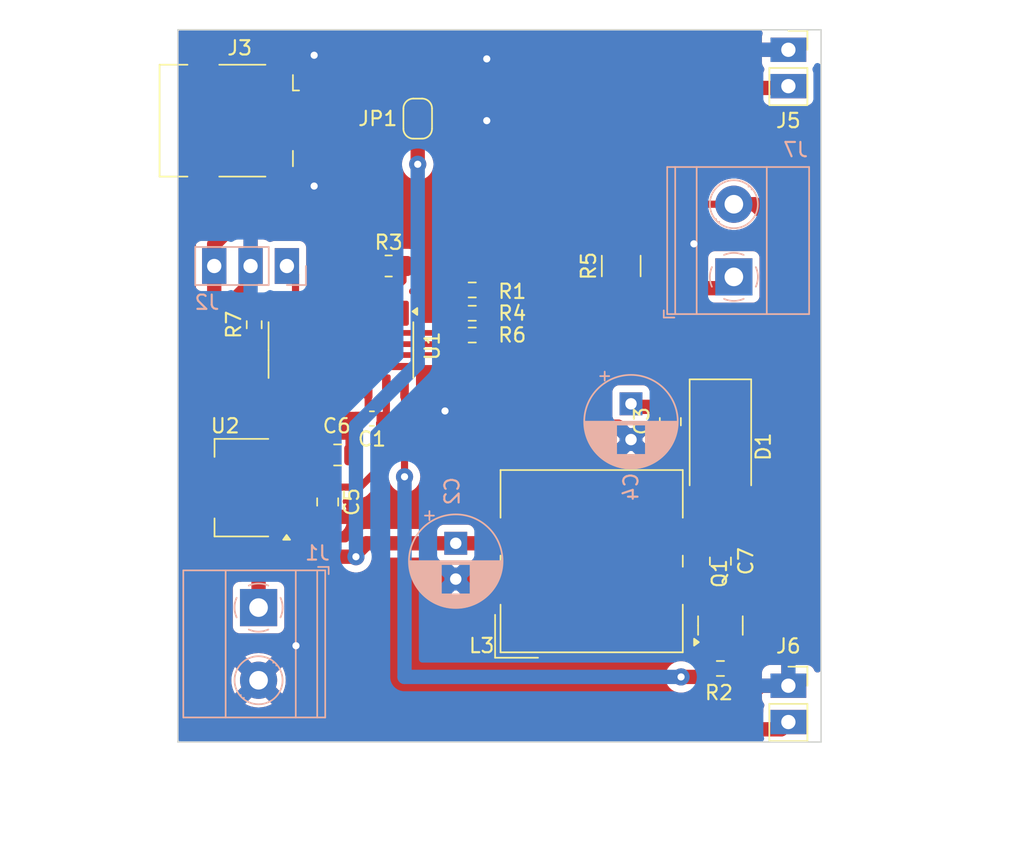
<source format=kicad_pcb>
(kicad_pcb (version 20240108) (generator "pcbnew") (generator_version "8.0")
  (layers (0 "F.Cu" signal) (31 "B.Cu" signal) (34 "B.Paste" user) (35 "F.Paste" user) (36 "B.SilkS" user "B.Silkscreen") (37 "F.SilkS" user "F.Silkscreen") (38 "B.Mask" user) (39 "F.Mask" user) (44 "Edge.Cuts" user))
  (net 0 "")
  (net 1 "PA1")
  (net 2 "+3V3")
  (net 3 "+5V")
  (net 4 "/VOUT+")
  (net 5 "Net-(D1-A)")
  (net 6 "Net-(Q1-D)")
  (net 7 "SWIO")
  (net 8 "PC3")
  (net 9 "PC4")
  (net 11 "PA2")
  (net 12 "PC6")
  (net 13 "PD7NRST")
  (net 14 "PC1")
  (net 15 "PC0")
  (net 16 "PC7")
  (net 17 "PD5")
  (net 18 "PD6")
  (net 19 "PD4")
  (net 20 "PC2")
  (net 21 "GND")
  (net 22 "VPP")
  (footprint "Diode_SMD:D_SMB_Handsoldering" (layer "F.Cu") (at 167.97 108.39 -90)
    (property "Reference" "D1" (at 0 -3 90) (layer "F.SilkS"))
    (property "Value" "B2100-13-F")
    (pad "1" smd roundrect (at -2.7 0 270) (size 3.5 2.3) (layers "F.Cu" "F.Paste" "F.Mask") (roundrect_rratio 0.1086956522) (net 4 "/VOUT+"))
    (pad "2" smd roundrect (at 2.7 0 270) (size 3.5 2.3) (layers "F.Cu" "F.Paste" "F.Mask") (roundrect_rratio 0.1086956522) (net 5 "Net-(D1-A)"))
  )
  (footprint "Connector_PinSocket_2.54mm:PinSocket_1x02_P2.54mm_Vertical" (layer "F.Cu") (at 172.72 125.095)
    (property "Reference" "J6" (at 0 -2.77 0) (layer "F.SilkS"))
    (property "Value" "Conn_01x02")
    (pad "1" thru_hole rect (at 0 0) (size 2.5 1.7) (drill 1) (layers "*.Cu" "*.Mask") (net 21 "GND"))
    (pad "2" thru_hole rect (at 0 2.54) (size 2.5 1.7) (drill 1) (layers "*.Cu" "*.Mask") (net 2 "+3V3"))
  )
  (footprint "Resistor_SMD:R_0603_1608Metric_Pad0.98x0.95mm_HandSolder" (layer "F.Cu") (at 150.622 97.4325 180)
    (property "Reference" "R1" (at -2.794 -0.1035 180) (layer "F.SilkS"))
    (property "Value" "39k")
    (pad "1" smd roundrect (at -0.9125 0 180) (size 0.975 0.95) (layers "F.Cu" "F.Paste" "F.Mask") (net 4 "/VOUT+"))
    (pad "2" smd roundrect (at 0.9125 0 180) (size 0.975 0.95) (layers "F.Cu" "F.Paste" "F.Mask") (net 18 "PD6"))
  )
  (footprint "Capacitor_SMD:C_0805_2012Metric_Pad1.18x1.45mm_HandSolder" (layer "F.Cu") (at 141.224 108.966)
    (property "Reference" "C6" (at -0.071501 -2.032 0) (layer "F.SilkS"))
    (property "Value" "10uF")
    (pad "1" smd roundrect (at -1.0375 0) (size 1.175 1.45) (layers "F.Cu" "F.Paste" "F.Mask") (roundrect_rratio 0.212766) (net 3 "+5V"))
    (pad "2" smd roundrect (at 1.0375 0) (size 1.175 1.45) (layers "F.Cu" "F.Paste" "F.Mask") (roundrect_rratio 0.212766) (net 21 "GND"))
  )
  (footprint "Resistor_SMD:R_0603_1608Metric_Pad0.98x0.95mm_HandSolder" (layer "F.Cu") (at 167.97 123.89)
    (property "Reference" "R2" (at -0.105 1.696 360) (layer "F.SilkS"))
    (property "Value" "10k")
    (pad "1" smd roundrect (at -0.9125 0) (size 0.975 0.95) (layers "F.Cu" "F.Paste" "F.Mask") (net 15 "PC0"))
    (pad "2" smd roundrect (at 0.9125 0) (size 0.975 0.95) (layers "F.Cu" "F.Paste" "F.Mask") (net 21 "GND"))
  )
  (footprint "Resistor_SMD:R_0603_1608Metric_Pad0.98x0.95mm_HandSolder" (layer "F.Cu") (at 150.622 100.584 180)
    (property "Reference" "R6" (at -2.794 0 180) (layer "F.SilkS"))
    (property "Value" "220R")
    (pad "1" smd roundrect (at -0.9125 0 180) (size 0.975 0.95) (layers "F.Cu" "F.Paste" "F.Mask") (net 21 "GND"))
    (pad "2" smd roundrect (at 0.9125 0 180) (size 0.975 0.95) (layers "F.Cu" "F.Paste" "F.Mask") (net 1 "PA1"))
  )
  (footprint "Jumper:SolderJumper-2_P1.3mm_Open_RoundedPad1.0x1.5mm" (layer "F.Cu") (at 146.812 85.456001 90)
    (property "Reference" "JP1" (at 0 -2.794 0) (layer "F.SilkS"))
    (property "Value" "SolderJumper_2_Open")
    (pad "1" smd custom (at -0.649999 0 90) (size 1 0.5) (layers "F.Cu" "F.Mask") (net 22 "VPP") (options (clearance outline) (anchor rect)) (primitives (gr_circle (center 0 0.25) (end 0.5 0.25) (width 0) (fill yes)) (gr_circle (center 0 -0.25) (end 0.5 -0.25) (width 0) (fill yes)) (gr_poly (pts (xy 0.5 0.75) (xy 0 0.75) (xy 0 -0.75) (xy 0.5 -0.75)) (width 0) (fill yes))))
    (pad "2" smd custom (at 0.649999 0 90) (size 1 0.5) (layers "F.Cu" "F.Mask") (net 3 "+5V") (options (clearance outline) (anchor rect)) (primitives (gr_circle (center 0 0.25) (end 0.5 0.25) (width 0) (fill yes)) (gr_circle (center 0 -0.25) (end 0.5 -0.25) (width 0) (fill yes)) (gr_poly (pts (xy 0 0.75) (xy -0.5 0.75) (xy -0.5 -0.75) (xy 0 -0.75)) (width 0) (fill yes))))
  )
  (footprint "Resistor_SMD:R_0603_1608Metric_Pad0.98x0.95mm_HandSolder" (layer "F.Cu") (at 150.622 99.06)
    (property "Reference" "R4" (at 2.794 0 180) (layer "F.SilkS"))
    (property "Value" "10k")
    (pad "1" smd roundrect (at -0.9125 0) (size 0.975 0.95) (layers "F.Cu" "F.Paste" "F.Mask") (net 18 "PD6"))
    (pad "2" smd roundrect (at 0.9125 0) (size 0.975 0.95) (layers "F.Cu" "F.Paste" "F.Mask") (net 21 "GND"))
  )
  (footprint "Package_TO_SOT_SMD:SOT-23" (layer "F.Cu") (at 167.97 120.89 90)
    (property "Reference" "Q1" (at 3.6345 -0.066 90) (layer "F.SilkS"))
    (property "Value" "AO3400A")
    (pad "1" smd roundrect (at -0.9375 -0.95 90) (size 1.475 0.6) (layers "F.Cu" "F.Paste" "F.Mask") (net 15 "PC0"))
    (pad "2" smd roundrect (at -0.9375 0.95 90) (size 1.475 0.6) (layers "F.Cu" "F.Paste" "F.Mask") (net 21 "GND"))
    (pad "3" smd roundrect (at 0.937501 0 90) (size 1.475 0.6) (layers "F.Cu" "F.Paste" "F.Mask") (net 6 "Net-(Q1-D)"))
  )
  (footprint "Capacitor_SMD:C_0805_2012Metric_Pad1.18x1.45mm_HandSolder" (layer "F.Cu") (at 164.47 106.64 -90)
    (property "Reference" "C3" (at -0.0375 2 90) (layer "F.SilkS"))
    (property "Value" "10uF")
    (pad "1" smd roundrect (at -1.0375 0 270) (size 1.175 1.45) (layers "F.Cu" "F.Paste" "F.Mask") (roundrect_rratio 0.212766) (net 4 "/VOUT+"))
    (pad "2" smd roundrect (at 1.0375 0 270) (size 1.175 1.45) (layers "F.Cu" "F.Paste" "F.Mask") (roundrect_rratio 0.212766) (net 21 "GND"))
  )
  (footprint "Capacitor_SMD:C_0805_2012Metric_Pad1.18x1.45mm_HandSolder" (layer "F.Cu") (at 140.518001 112.252 -90)
    (property "Reference" "C5" (at 0 -1.679999 90) (layer "F.SilkS"))
    (property "Value" "1uF")
    (pad "1" smd roundrect (at -1.0375 0 270) (size 1.175 1.45) (layers "F.Cu" "F.Paste" "F.Mask") (roundrect_rratio 0.212766) (net 2 "+3V3"))
    (pad "2" smd roundrect (at 1.0375 0 270) (size 1.175 1.45) (layers "F.Cu" "F.Paste" "F.Mask") (roundrect_rratio 0.212766) (net 21 "GND"))
  )
  (footprint "Inductor_SMD:L_Bourns_SRF1260" (layer "F.Cu") (at 158.97 116.39 90)
    (property "Reference" "L3" (at -5.905 -7.687999 360) (layer "F.SilkS"))
    (property "Value" "SRF1260-101M")
    (pad "1" smd roundrect (at -1.715 -4.9 90) (size 2.15 5) (layers "F.Cu" "F.Paste" "F.Mask") (net 21 "GND"))
    (pad "2" smd roundrect (at 1.715 -4.9 90) (size 2.15 5) (layers "F.Cu" "F.Paste" "F.Mask") (net 22 "VPP"))
    (pad "3" smd roundrect (at 1.715 4.9 90) (size 2.15 5) (layers "F.Cu" "F.Paste" "F.Mask") (net 5 "Net-(D1-A)"))
    (pad "4" smd roundrect (at -1.715 4.9 90) (size 2.15 5) (layers "F.Cu" "F.Paste" "F.Mask") (net 6 "Net-(Q1-D)"))
  )
  (footprint "Resistor_SMD:R_0805_2012Metric_Pad1.20x1.40mm_HandSolder" (layer "F.Cu") (at 144.78 95.758 180)
    (property "Reference" "R3" (at 0 1.651 0) (layer "F.SilkS"))
    (property "Value" "1K5")
    (pad "1" smd roundrect (at -1 0 180) (size 1.2 1.4) (layers "F.Cu" "F.Paste" "F.Mask") (roundrect_rratio 0.208333) (net 20 "PC2"))
    (pad "2" smd roundrect (at 1 0 180) (size 1.2 1.4) (layers "F.Cu" "F.Paste" "F.Mask") (roundrect_rratio 0.208333) (net 8 "PC3"))
  )
  (footprint "Package_SO:SO-16_3.9x9.9mm_P1.27mm" (layer "F.Cu") (at 141.445001 101.635 -90)
    (property "Reference" "U1" (at -0.289 -6.382999 90) (layer "F.SilkS"))
    (property "Value" "CH32V003A4M6")
    (pad "1" smd roundrect (at -2.575 -4.445001 270) (size 1.75 0.6) (layers "F.Cu" "F.Paste" "F.Mask") (net 14 "PC1"))
    (pad "2" smd roundrect (at -2.575 -3.175 270) (size 1.75 0.6) (layers "F.Cu" "F.Paste" "F.Mask") (net 20 "PC2"))
    (pad "3" smd roundrect (at -2.575 -1.904999 270) (size 1.75 0.6) (layers "F.Cu" "F.Paste" "F.Mask") (net 8 "PC3"))
    (pad "4" smd roundrect (at -2.575 -0.635 270) (size 1.75 0.6) (layers "F.Cu" "F.Paste" "F.Mask") (net 9 "PC4"))
    (pad "5" smd roundrect (at -2.575 0.635 270) (size 1.75 0.6) (layers "F.Cu" "F.Paste" "F.Mask") (net 12 "PC6"))
    (pad "6" smd roundrect (at -2.575 1.904999 270) (size 1.75 0.6) (layers "F.Cu" "F.Paste" "F.Mask") (net 16 "PC7"))
    (pad "7" smd roundrect (at -2.575 3.175 270) (size 1.75 0.6) (layers "F.Cu" "F.Paste" "F.Mask") (net 7 "SWIO"))
    (pad "8" smd roundrect (at -2.575 4.445001 270) (size 1.75 0.6) (layers "F.Cu" "F.Paste" "F.Mask") (net 19 "PD4"))
    (pad "9" smd roundrect (at 2.575 4.445001 270) (size 1.75 0.6) (layers "F.Cu" "F.Paste" "F.Mask") (net 17 "PD5"))
    (pad "10" smd roundrect (at 2.575 3.175 270) (size 1.75 0.6) (layers "F.Cu" "F.Paste" "F.Mask") (net 18 "PD6"))
    (pad "11" smd roundrect (at 2.575 1.904999 270) (size 1.75 0.6) (layers "F.Cu" "F.Paste" "F.Mask") (net 13 "PD7NRST"))
    (pad "12" smd roundrect (at 2.575 0.635 270) (size 1.75 0.6) (layers "F.Cu" "F.Paste" "F.Mask") (net 1 "PA1"))
    (pad "13" smd roundrect (at 2.575 -0.635 270) (size 1.75 0.6) (layers "F.Cu" "F.Paste" "F.Mask") (net 11 "PA2"))
    (pad "14" smd roundrect (at 2.575 -1.904999 270) (size 1.75 0.6) (layers "F.Cu" "F.Paste" "F.Mask") (net 21 "GND"))
    (pad "15" smd roundrect (at 2.575 -3.175 270) (size 1.75 0.6) (layers "F.Cu" "F.Paste" "F.Mask") (net 2 "+3V3"))
    (pad "16" smd roundrect (at 2.575 -4.445001 270) (size 1.75 0.6) (layers "F.Cu" "F.Paste" "F.Mask") (net 15 "PC0"))
  )
  (footprint "Connector_USB:USB_Mini-B_Lumberg_2486_01_Horizontal" (layer "F.Cu") (at 134.679001 85.598 -90)
    (property "Reference" "J3" (at -5.08 0.313001 0) (layer "F.SilkS"))
    (property "Value" "USB_B_Mini")
    (pad "1" smd rect (at -1.6 -3.2 270) (size 0.5 3) (layers "F.Cu" "F.Paste" "F.Mask") (net 3 "+5V"))
    (pad "2" smd rect (at -0.8 -3.2 270) (size 0.5 3) (layers "F.Cu" "F.Paste" "F.Mask") (net 8 "PC3"))
    (pad "3" smd rect (at 0 -3.2 270) (size 0.5 3) (layers "F.Cu" "F.Paste" "F.Mask") (net 9 "PC4"))
    (pad "4" smd rect (at 0.8 -3.2 270) (size 0.5 3) (layers "F.Cu" "F.Paste" "F.Mask"))
    (pad "5" smd rect (at 1.6 -3.2 270) (size 0.5 3) (layers "F.Cu" "F.Paste" "F.Mask") (net 21 "GND"))
    (pad "6" smd rect (at -4.45 -2.6 270) (size 2 1.7) (layers "F.Cu" "F.Paste" "F.Mask") (net 21 "GND"))
    (pad "6" smd rect (at -4.45 2.85 270) (size 2 1.7) (layers "F.Cu" "F.Paste" "F.Mask") (net 21 "GND"))
    (pad "6" smd rect (at 4.45 -2.6 270) (size 2 1.7) (layers "F.Cu" "F.Paste" "F.Mask") (net 21 "GND"))
    (pad "6" smd rect (at 4.45 2.85 270) (size 2 1.7) (layers "F.Cu" "F.Paste" "F.Mask") (net 21 "GND"))
  )
  (footprint "Resistor_SMD:R_1210_3225Metric_Pad1.30x2.65mm_HandSolder" (layer "F.Cu") (at 161.036 95.758 90)
    (property "Reference" "R5" (at 0 -2.279999 90) (layer "F.SilkS"))
    (property "Value" "333mΩ")
    (pad "1" smd roundrect (at -1.550001 0 90) (size 1.3 2.65) (layers "F.Cu" "F.Paste" "F.Mask") (roundrect_rratio 0.192308) (net 11 "PA2"))
    (pad "2" smd roundrect (at 1.550001 0 90) (size 1.3 2.65) (layers "F.Cu" "F.Paste" "F.Mask") (roundrect_rratio 0.192308) (net 21 "GND"))
  )
  (footprint "Resistor_SMD:R_0603_1608Metric_Pad0.98x0.95mm_HandSolder" (layer "F.Cu") (at 135.382 99.8625 90)
    (property "Reference" "R7" (at 0 -1.43 90) (layer "F.SilkS"))
    (property "Value" "2k")
    (pad "1" smd roundrect (at -0.9125 0 90) (size 0.975 0.95) (layers "F.Cu" "F.Paste" "F.Mask") (net 1 "PA1"))
    (pad "2" smd roundrect (at 0.9125 0 90) (size 0.975 0.95) (layers "F.Cu" "F.Paste" "F.Mask") (net 19 "PD4"))
  )
  (footprint "Connector_PinSocket_2.54mm:PinSocket_1x02_P2.54mm_Vertical" (layer "F.Cu") (at 172.72 80.645)
    (property "Reference" "J5" (at 0 4.953 0) (layer "F.SilkS"))
    (property "Value" "Conn_01x02")
    (pad "1" thru_hole rect (at 0 0) (size 2.5 1.7) (drill 1) (layers "*.Cu" "*.Mask") (net 21 "GND"))
    (pad "2" thru_hole rect (at 0 2.54) (size 2.5 1.7) (drill 1) (layers "*.Cu" "*.Mask") (net 3 "+5V"))
  )
  (footprint "Package_TO_SOT_SMD:SOT-223-3_TabPin2" (layer "F.Cu") (at 134.518001 111.252 180)
    (property "Reference" "U2" (at 1.168001 4.318 0) (layer "F.SilkS"))
    (property "Value" "AZ1117-3.3")
    (pad "1" smd roundrect (at -3.15 -2.3 180) (size 2 1.5) (layers "F.Cu" "F.Paste" "F.Mask") (net 21 "GND"))
    (pad "2" smd roundrect (at -3.149999 0 180) (size 2 1.5) (layers "F.Cu" "F.Paste" "F.Mask") (net 2 "+3V3"))
    (pad "2" smd roundrect (at 3.149999 0 180) (size 2 3.8) (layers "F.Cu" "F.Paste" "F.Mask") (net 2 "+3V3"))
    (pad "3" smd roundrect (at -3.15 2.3 180) (size 2 1.5) (layers "F.Cu" "F.Paste" "F.Mask") (net 3 "+5V"))
  )
  (footprint "Capacitor_SMD:C_0603_1608Metric_Pad1.08x0.95mm_HandSolder" (layer "F.Cu") (at 143.610501 106.426 180)
    (property "Reference" "C1" (at 0 -1.43 0) (layer "F.SilkS"))
    (property "Value" "0.1uF")
    (pad "1" smd roundrect (at -0.862501 0 180) (size 1.075 0.95) (layers "F.Cu" "F.Paste" "F.Mask") (net 2 "+3V3"))
    (pad "2" smd roundrect (at 0.862501 0 180) (size 1.075 0.95) (layers "F.Cu" "F.Paste" "F.Mask") (net 21 "GND"))
  )
  (footprint "Capacitor_SMD:C_0805_2012Metric_Pad1.18x1.45mm_HandSolder" (layer "F.Cu") (at 167.97 116.39 90)
    (property "Reference" "C7" (at 0 1.778 90) (layer "F.SilkS"))
    (property "Value" "10uF")
    (pad "1" smd roundrect (at -1.0375 0 90) (size 1.175 1.45) (layers "F.Cu" "F.Paste" "F.Mask") (roundrect_rratio 0.212766) (net 6 "Net-(Q1-D)"))
    (pad "2" smd roundrect (at 1.0375 0 90) (size 1.175 1.45) (layers "F.Cu" "F.Paste" "F.Mask") (roundrect_rratio 0.212766) (net 5 "Net-(D1-A)"))
  )
  (footprint "Capacitor_THT:CP_Radial_D6.3mm_P2.50mm" (layer "B.Cu") (at 161.72 105.39 -90)
    (property "Reference" "C4" (at 5.802001 0 90) (layer "B.SilkS") (effects (justify mirror)))
    (property "Value" "100uF 25V")
    (pad "1" thru_hole rect (at 0 0 270) (size 1.6 1.6) (drill 0.8) (layers "*.Cu" "*.Mask") (net 4 "/VOUT+"))
    (pad "2" thru_hole circle (at 2.5 0 270) (size 1.6 1.6) (drill 0.8) (layers "*.Cu" "*.Mask") (net 21 "GND"))
  )
  (footprint "TerminalBlock_Phoenix:TerminalBlock_Phoenix_MKDS-1,5-2-5.08_1x02_P5.08mm_Horizontal" (layer "B.Cu") (at 135.687 119.634 -90)
    (property "Reference" "J1" (at -3.81 -4.115 0) (layer "B.SilkS") (effects (justify mirror)))
    (property "Value" "Screw_Terminal_01x02")
    (pad "1" thru_hole rect (at 0 0 270) (size 2.6 2.6) (drill 1.3) (layers "*.Cu" "*.Mask") (net 22 "VPP"))
    (pad "2" thru_hole circle (at 5.079999 0 270) (size 2.6 2.6) (drill 1.3) (layers "*.Cu" "*.Mask") (net 21 "GND"))
  )
  (footprint "Capacitor_THT:CP_Radial_D6.3mm_P2.50mm" (layer "B.Cu") (at 149.47 115.14 -90)
    (property "Reference" "C2" (at -3.64362 0.254001 90) (layer "B.SilkS") (effects (justify mirror)))
    (property "Value" "100uF")
    (pad "1" thru_hole rect (at 0 0 270) (size 1.6 1.6) (drill 0.8) (layers "*.Cu" "*.Mask") (net 22 "VPP"))
    (pad "2" thru_hole circle (at 2.5 0 270) (size 1.6 1.6) (drill 0.8) (layers "*.Cu" "*.Mask") (net 21 "GND"))
  )
  (footprint "Connector_PinHeader_2.54mm:PinHeader_1x03_P2.54mm_Vertical" (layer "B.Cu") (at 137.668 95.758 90)
    (property "Reference" "J2" (at -2.54 -5.588 0) (layer "B.SilkS") (effects (justify mirror)))
    (property "Value" "PROG")
    (pad "1" thru_hole rect (at 0 0 90) (size 2.5 1.7) (drill 1) (layers "*.Cu" "*.Mask") (net 7 "SWIO"))
    (pad "2" thru_hole rect (at 0 -2.54 90) (size 2.5 1.7) (drill 1) (layers "*.Cu" "*.Mask") (net 21 "GND"))
    (pad "3" thru_hole rect (at 0 -5.079999 90) (size 2.5 1.7) (drill 1) (layers "*.Cu" "*.Mask") (net 3 "+5V"))
  )
  (footprint "TerminalBlock_Phoenix:TerminalBlock_Phoenix_MKDS-1,5-2-5.08_1x02_P5.08mm_Horizontal" (layer "B.Cu") (at 168.91 96.52 90)
    (property "Reference" "J7" (at 8.89 4.318 0) (layer "B.SilkS") (effects (justify mirror)))
    (property "Value" "Screw_Terminal_01x02")
    (pad "1" thru_hole rect (at 0 0 90) (size 2.6 2.6) (drill 1.3) (layers "*.Cu" "*.Mask") (net 11 "PA2"))
    (pad "2" thru_hole circle (at 5.079999 0 90) (size 2.6 2.6) (drill 1.3) (layers "*.Cu" "*.Mask") (net 4 "/VOUT+"))
  )
  (gr_line (start 130.048 79.248) (end 130.048 129.032) (stroke (width 0.1)) (layer "Edge.Cuts"))
  (gr_line (start 130.048 129.032) (end 175.006 129.032) (stroke (width 0.1)) (layer "Edge.Cuts"))
  (gr_line (start 175.006 79.248) (end 130.048 79.248) (stroke (width 0.1)) (layer "Edge.Cuts"))
  (gr_line (start 175.006 129.032) (end 175.006 79.248) (stroke (width 0.1)) (layer "Edge.Cuts"))
  (gr_text "B.I. 2024" (at 174.371 122.301 90) (layer "F.Cu") (effects (font (size 1.2 1.2) (thickness 0.3) (bold yes)) (justify left bottom)))
  (segment (start 140.810001 105.084999) (end 140.810001 104.21) (width 0.5) (layer "F.Cu") (net 1))
  (segment (start 135.382 100.775) (end 135.382 104.902) (width 0.5) (layer "F.Cu") (net 1))
  (segment (start 140.810001 102.013999) (end 141.605 101.219) (width 0.4) (layer "F.Cu") (net 1))
  (segment (start 149.0745 101.219) (end 149.7095 100.584) (width 0.4) (layer "F.Cu") (net 1))
  (segment (start 139.977 105.918) (end 140.810001 105.084999) (width 0.5) (layer "F.Cu") (net 1))
  (segment (start 135.382 104.902) (end 136.398 105.918) (width 0.5) (layer "F.Cu") (net 1))
  (segment (start 141.605 101.219) (end 149.0745 101.219) (width 0.4) (layer "F.Cu") (net 1))
  (segment (start 140.810001 104.21) (end 140.810001 102.013999) (width 0.4) (layer "F.Cu") (net 1))
  (segment (start 136.398 105.918) (end 139.977 105.918) (width 0.5) (layer "F.Cu") (net 1))
  (segment (start 144.145 106.754002) (end 144.620001 106.279001) (width 0.5) (layer "F.Cu") (net 2))
  (segment (start 142.7855 111.2145) (end 144.145 109.855) (width 0.5) (layer "F.Cu") (net 2))
  (segment (start 140.518001 111.2145) (end 142.7855 111.2145) (width 0.5) (layer "F.Cu") (net 2))
  (segment (start 131.953 128.143) (end 172.212 128.143) (width 1) (layer "F.Cu") (net 2))
  (segment (start 144.620001 106.279001) (end 144.620001 104.21) (width 0.5) (layer "F.Cu") (net 2))
  (segment (start 137.668 111.252) (end 140.480502 111.252) (width 1) (layer "F.Cu") (net 2))
  (segment (start 172.212 128.143) (end 172.72 127.635) (width 1) (layer "F.Cu") (net 2))
  (segment (start 131.368002 127.558002) (end 131.953 128.143) (width 1) (layer "F.Cu") (net 2))
  (segment (start 144.145 109.855) (end 144.145 106.754002) (width 0.5) (layer "F.Cu") (net 2))
  (segment (start 131.368002 111.252) (end 131.368002 127.558002) (width 1) (layer "F.Cu") (net 2))
  (segment (start 140.172499 108.951999) (end 140.1865 108.966) (width 1) (layer "F.Cu") (net 3))
  (segment (start 134.62 83.312) (end 146.939 83.312) (width 1) (layer "F.Cu") (net 3))
  (segment (start 132.588001 95.758) (end 132.588001 106.172001) (width 1) (layer "F.Cu") (net 3))
  (segment (start 146.939 83.312) (end 146.939 84.556908) (width 1) (layer "F.Cu") (net 3))
  (segment (start 137.668001 108.951999) (end 140.172499 108.951999) (width 1) (layer "F.Cu") (net 3))
  (segment (start 135.368 108.952) (end 137.668001 108.952) (width 1) (layer "F.Cu") (net 3))
  (segment (start 132.588001 95.758) (end 132.588001 94.233999) (width 1) (layer "F.Cu") (net 3))
  (segment (start 172.593 83.312) (end 172.72 83.185) (width 1) (layer "F.Cu") (net 3))
  (segment (start 132.588001 94.233999) (end 134.366 92.456) (width 1) (layer "F.Cu") (net 3))
  (segment (start 134.366 92.456) (end 134.366 83.566) (width 1) (layer "F.Cu") (net 3))
  (segment (start 134.366 83.566) (end 134.62 83.312) (width 1) (layer "F.Cu") (net 3))
  (segment (start 132.588001 106.172001) (end 135.368 108.952) (width 1) (layer "F.Cu") (net 3))
  (segment (start 146.939 83.312) (end 172.593 83.312) (width 1) (layer "F.Cu") (net 3))
  (segment (start 151.5345 97.4325) (end 153.2655 97.4325) (width 0.5) (layer "F.Cu") (net 4))
  (segment (start 172.72 102.94) (end 169.97 105.69) (width 1) (layer "F.Cu") (net 4))
  (segment (start 169.97 105.69) (end 167.97 105.69) (width 1) (layer "F.Cu") (net 4))
  (segment (start 161.72 105.39) (end 161.9325 105.6025) (width 1) (layer "F.Cu") (net 4))
  (segment (start 153.2655 97.4325) (end 159.257999 91.440001) (width 0.5) (layer "F.Cu") (net 4))
  (segment (start 161.9325 105.6025) (end 167.8825 105.6025) (width 1) (layer "F.Cu") (net 4))
  (segment (start 159.257999 91.440001) (end 168.91 91.440001) (width 0.5) (layer "F.Cu") (net 4))
  (segment (start 170.376479 91.440001) (end 172.72 93.783522) (width 1) (layer "F.Cu") (net 4))
  (segment (start 167.8825 105.6025) (end 167.97 105.69) (width 1) (layer "F.Cu") (net 4))
  (segment (start 172.72 93.783522) (end 172.72 102.94) (width 1) (layer "F.Cu") (net 4))
  (segment (start 168.91 91.440001) (end 170.376479 91.440001) (width 1) (layer "F.Cu") (net 4))
  (segment (start 163.87 114.675) (end 164.5475 115.3525) (width 1) (layer "F.Cu") (net 5))
  (segment (start 164.5475 115.3525) (end 167.97 115.3525) (width 1) (layer "F.Cu") (net 5))
  (segment (start 167.97 115.3525) (end 167.97 111.09) (width 1) (layer "F.Cu") (net 5))
  (segment (start 167.97 117.4275) (end 167.97 119.952499) (width 1) (layer "F.Cu") (net 6))
  (segment (start 164.5475 117.4275) (end 167.97 117.4275) (width 1) (layer "F.Cu") (net 6))
  (segment (start 163.87 118.105) (end 164.5475 117.4275) (width 1) (layer "F.Cu") (net 6))
  (segment (start 138.270001 96.360001) (end 138.270001 99.06) (width 0.5) (layer "F.Cu") (net 7))
  (segment (start 137.668 95.758) (end 138.270001 96.360001) (width 0.5) (layer "F.Cu") (net 7))
  (segment (start 140.678 84.798) (end 143.383 87.503) (width 0.5) (layer "F.Cu") (net 8))
  (segment (start 137.879001 84.798) (end 140.678 84.798) (width 0.5) (layer "F.Cu") (net 8))
  (segment (start 143.383 87.503) (end 143.383 99.027) (width 0.5) (layer "F.Cu") (net 8))
  (segment (start 143.383 99.027) (end 143.35 99.06) (width 0.5) (layer "F.Cu") (net 8))
  (segment (start 139.879001 85.598) (end 142.080001 87.799) (width 0.5) (layer "F.Cu") (net 9))
  (segment (start 137.879001 85.598) (end 139.879001 85.598) (width 0.5) (layer "F.Cu") (net 9))
  (segment (start 142.080001 87.799) (end 142.080001 99.06) (width 0.5) (layer "F.Cu") (net 9))
  (segment (start 142.080001 104.21) (end 142.080001 102.521999) (width 0.4) (layer "F.Cu") (net 11))
  (segment (start 154.02495 101.981) (end 158.697949 97.308001) (width 0.4) (layer "F.Cu") (net 11))
  (segment (start 142.621 101.981) (end 154.02495 101.981) (width 0.4) (layer "F.Cu") (net 11))
  (segment (start 168.121999 97.308001) (end 161.036 97.308001) (width 1) (layer "F.Cu") (net 11))
  (segment (start 142.080001 102.521999) (end 142.621 101.981) (width 0.4) (layer "F.Cu") (net 11))
  (segment (start 168.91 96.52) (end 168.121999 97.308001) (width 1) (layer "F.Cu") (net 11))
  (segment (start 158.697949 97.308001) (end 161.036 97.308001) (width 0.4) (layer "F.Cu") (net 11))
  (segment (start 167.02 122.515) (end 167.02 121.8275) (width 0.5) (layer "F.Cu") (net 15))
  (segment (start 166.467001 124.480499) (end 167.0575 123.89) (width 1) (layer "F.Cu") (net 15))
  (segment (start 167.0575 122.5525) (end 167.02 122.515) (width 0.5) (layer "F.Cu") (net 15))
  (segment (start 165.22 124.480499) (end 166.467001 124.480499) (width 1) (layer "F.Cu") (net 15))
  (segment (start 145.890002 110.49) (end 145.890002 104.21) (width 0.5) (layer "F.Cu") (net 15))
  (segment (start 167.0575 123.89) (end 167.0575 122.5525) (width 0.5) (layer "F.Cu") (net 15))
  (via (at 145.890002 110.49) (size 1.2) (drill 0.5) (layers "F.Cu" "B.Cu") (net 15))
  (via (at 165.22 124.480499) (size 1.2) (drill 0.5) (layers "F.Cu" "B.Cu") (net 15))
  (segment (start 165.22 124.480499) (end 145.890002 124.480499) (width 1) (layer "B.Cu") (net 15))
  (segment (start 145.890002 124.480499) (end 145.890002 110.49) (width 1) (layer "B.Cu") (net 15))
  (segment (start 149.7095 99.06) (end 149.7095 97.4325) (width 0.5) (layer "F.Cu") (net 18))
  (segment (start 138.270001 102.775999) (end 140.611 100.435) (width 0.4) (layer "F.Cu") (net 18))
  (segment (start 140.611 100.435) (end 148.231 100.435) (width 0.4) (layer "F.Cu") (net 18))
  (segment (start 148.231 100.435) (end 149.606 99.06) (width 0.4) (layer "F.Cu") (net 18))
  (segment (start 138.270001 104.21) (end 138.270001 102.775999) (width 0.4) (layer "F.Cu") (net 18))
  (segment (start 136.89 98.95) (end 137 99.06) (width 0.5) (layer "F.Cu") (net 19))
  (segment (start 135.382 98.95) (end 136.89 98.95) (width 0.5) (layer "F.Cu") (net 19))
  (segment (start 145.78 96.79) (end 145.78 95.758) (width 0.5) (layer "F.Cu") (net 20))
  (segment (start 144.620001 97.949999) (end 145.78 96.79) (width 0.5) (layer "F.Cu") (net 20))
  (segment (start 144.620001 99.06) (end 144.620001 97.949999) (width 0.5) (layer "F.Cu") (net 20))
  (segment (start 159.82 106.99) (end 156.97 104.14) (width 0.5) (layer "F.Cu") (net 21))
  (segment (start 141.22 120.39) (end 143.97 117.64) (width 1) (layer "F.Cu") (net 21))
  (segment (start 134.098 113.552) (end 133.604 114.046) (width 1) (layer "F.Cu") (net 21))
  (segment (start 143.35 102.785) (end 143.35 104.21) (width 0.5) (layer "F.Cu") (net 21))
  (segment (start 160.82 106.99) (end 159.82 106.99) (width 0.5) (layer "F.Cu") (net 21))
  (segment (start 158.97 105.84) (end 158.97 102.64) (width 1) (layer "F.Cu") (net 21))
  (segment (start 132.842 114.808) (end 132.842 121.874001) (width 1) (layer "F.Cu") (net 21))
  (segment (start 143.97 117.64) (end 149.47 117.64) (width 1) (layer "F.Cu") (net 21))
  (segment (start 159.030001 94.207999) (end 161.036 94.207999) (width 0.4) (layer "F.Cu") (net 21))
  (segment (start 158.97 102.64) (end 161.534 100.076) (width 1) (layer "F.Cu") (net 21))
  (segment (start 142.2615 108.966) (end 142.2615 106.9125) (width 0.5) (layer "F.Cu") (net 21))
  (segment (start 142.2615 106.9125) (end 143.35 105.824) (width 0.5) (layer "F.Cu") (net 21))
  (segment (start 172.72 125.095) (end 170.0875 125.095) (width 1) (layer "F.Cu") (net 21))
  (segment (start 133.604 114.046) (end 132.842 114.808) (width 1) (layer "F.Cu") (net 21))
  (segment (start 168.8825 123.89) (end 168.8825 121.865) (width 1) (layer "F.Cu") (net 21))
  (segment (start 135.128 96.988672) (end 135.128 95.758) (width 1) (layer "F.Cu") (net 21))
  (segment (start 151.5345 100.584) (end 152.654 100.584) (width 0.4) (layer "F.Cu") (net 21))
  (segment (start 161.72 107.89) (end 160.82 106.99) (width 1) (layer "F.Cu") (net 21))
  (segment (start 130.81 91.067001) (end 131.829001 90.048) (width 1) (layer "F.Cu") (net 21))
  (segment (start 170.102148 100.076) (end 171.196 98.982148) (width 1) (layer "F.Cu") (net 21))
  (segment (start 170.0875 125.095) (end 168.8825 123.89) (width 1) (layer "F.Cu") (net 21))
  (segment (start 148.082 104.14) (end 146.727 102.785) (width 0.5) (layer "F.Cu") (net 21))
  (segment (start 160.12 106.99) (end 158.97 105.84) (width 1) (layer "F.Cu") (net 21))
  (segment (start 160.82 106.99) (end 160.12 106.99) (width 1) (layer "F.Cu") (net 21))
  (segment (start 140.010999 120.39) (end 141.22 120.39) (width 1) (layer "F.Cu") (net 21))
  (segment (start 171.196 94.317998) (end 171.086001 94.207999) (width 1) (layer "F.Cu") (net 21))
  (segment (start 149.47 117.64) (end 153.605 117.64) (width 1) (layer "F.Cu") (net 21))
  (segment (start 152.654 100.584) (end 159.030001 94.207999) (width 0.4) (layer "F.Cu") (net 21))
  (segment (start 135.977 107.402) (end 134.107 105.532) (width 1) (layer "F.Cu") (net 21))
  (segment (start 161.036 94.207999) (end 166.116 94.207999) (width 1) (layer "F.Cu") (net 21))
  (segment (start 132.842 121.874001) (end 137.713999 126.746) (width 1) (layer "F.Cu") (net 21))
  (segment (start 142.2615 107.402) (end 135.977 107.402) (width 1) (layer "F.Cu") (net 21))
  (segment (start 137.713999 126.746) (end 169.114 126.746) (width 1) (layer "F.Cu") (net 21))
  (segment (start 156.97 104.14) (end 148.082 104.14) (width 0.5) (layer "F.Cu") (net 21))
  (segment (start 133.604 114.046) (end 133.604 109.22) (width 1) (layer "F.Cu") (net 21))
  (segment (start 171.086001 94.207999) (end 166.116 94.207999) (width 1) (layer "F.Cu") (net 21))
  (segment (start 153.605 117.64) (end 154.07 118.105) (width 1) (layer "F.Cu") (net 21))
  (segment (start 169.114 126.746) (end 170.765 125.095) (width 1) (layer "F.Cu") (net 21))
  (segment (start 146.727 102.785) (end 143.35 102.785) (width 0.5) (layer "F.Cu") (net 21))
  (segment (start 137.668001 113.552) (end 134.098 113.552) (width 1) (layer "F.Cu") (net 21))
  (segment (start 135.687 124.713999) (end 140.010999 120.39) (width 1) (layer "F.Cu") (net 21))
  (segment (start 143.35 105.824) (end 143.35 104.21) (width 0.5) (layer "F.Cu") (net 21))
  (segment (start 161.534 100.076) (end 170.102148 100.076) (width 1) (layer "F.Cu") (net 21))
  (segment (start 171.196 98.982148) (end 171.196 94.317998) (width 1) (layer "F.Cu") (net 21))
  (segment (start 134.107 98.009672) (end 135.128 96.988672) (width 1) (layer "F.Cu") (net 21))
  (segment (start 130.81 106.426) (end 130.81 91.067001) (width 1) (layer "F.Cu") (net 21))
  (segment (start 133.604 109.22) (end 130.81 106.426) (width 1) (layer "F.Cu") (net 21))
  (segment (start 134.107 105.532) (end 134.107 98.009672) (width 1) (layer "F.Cu") (net 21))
  (segment (start 170.765 125.095) (end 172.72 125.095) (width 1) (layer "F.Cu") (net 21))
  (segment (start 142.2615 108.966) (end 142.2615 107.402) (width 1) (layer "F.Cu") (net 21))
  (segment (start 168.8825 121.865) (end 168.92 121.8275) (width 1) (layer "F.Cu") (net 21))
  (via (at 138.303 122.301) (size 1.2) (drill 0.5) (layers "F.Cu" "B.Cu") (net 21))
  (via (at 139.573 90.17) (size 1.2) (drill 0.5) (layers "F.Cu" "B.Cu") (net 21))
  (via (at 151.638 85.598) (size 1.2) (drill 0.5) (layers "F.Cu" "B.Cu") (net 21))
  (via (at 151.638 81.28) (size 1.2) (drill 0.5) (layers "F.Cu" "B.Cu") (net 21))
  (via (at 166.116 94.207999) (size 1.2) (drill 0.5) (layers "F.Cu" "B.Cu") (net 21))
  (via (at 139.573 81.026) (size 1.2) (drill 0.5) (layers "F.Cu" "B.Cu") (net 21))
  (via (at 148.72 105.89) (size 1.2) (drill 0.5) (layers "F.Cu" "B.Cu") (net 21))
  (segment (start 143.22 115.14) (end 149.47 115.14) (width 1) (layer "F.Cu") (net 22))
  (segment (start 136.906 116.078) (end 135.687 117.297) (width 1) (layer "F.Cu") (net 22))
  (segment (start 142.494 116.078) (end 142.494 115.866) (width 1) (layer "F.Cu") (net 22))
  (segment (start 146.812 88.646) (end 146.812 86.116093) (width 1) (layer "F.Cu") (net 22))
  (segment (start 142.494 116.078) (end 136.906 116.078) (width 1) (layer "F.Cu") (net 22))
  (segment (start 149.47 115.14) (end 153.605 115.14) (width 1) (layer "F.Cu") (net 22))
  (segment (start 135.687 117.297) (end 135.687 119.639002) (width 1) (layer "F.Cu") (net 22))
  (segment (start 142.494 115.866) (end 143.22 115.14) (width 1) (layer "F.Cu") (net 22))
  (segment (start 153.605 115.14) (end 154.07 114.675) (width 1) (layer "F.Cu") (net 22))
  (via (at 142.494 116.078) (size 1.2) (drill 0.5) (layers "F.Cu" "B.Cu") (net 22))
  (via (at 146.812 88.646) (size 1.2) (drill 0.5) (layers "F.Cu" "B.Cu") (net 22))
  (segment (start 146.812 102.616) (end 146.812 88.646) (width 1) (layer "B.Cu") (net 22))
  (segment (start 142.494 116.078) (end 142.494 106.934) (width 1) (layer "B.Cu") (net 22))
  (segment (start 142.494 106.934) (end 146.812 102.616) (width 1) (layer "B.Cu") (net 22))
  (zone (net 0) (net_name "") (layer "F.Cu") (connect_pads (clearance 0)) (min_thickness 0.25)
    (keepout (tracks allowed) (vias allowed) (pads allowed) (copperpour not_allowed) (footprints allowed))
    (fill (thermal_gap 0.5) (thermal_bridge_width 0.5))
    (polygon (pts (xy 172.466 79.756) (xy 176.022 79.756) (xy 176.022 84.328) (xy 172.466 84.328)))
  )
  (zone (net 0) (net_name "") (layer "F.Cu") (connect_pads (clearance 0)) (min_thickness 0.25)
    (keepout (tracks allowed) (vias allowed) (pads allowed) (copperpour not_allowed) (footprints allowed))
    (fill (thermal_gap 0.5) (thermal_bridge_width 0.5))
    (polygon (pts (xy 134.112 84.074) (xy 134.112 87.122) (xy 138.43 87.122) (xy 138.43 84.074)))
  )
  (zone (net 21) (net_name "GND") (layers "F&B.Cu") (connect_pads (clearance 0.5)) (min_thickness 0.5) (fill yes (thermal_gap 0.6) (thermal_bridge_width 1))
    (polygon (pts (xy 130.048 129.032) (xy 175.006 129.032) (xy 175.006 79.248) (xy 130.048 79.248)))
  )
)
</source>
